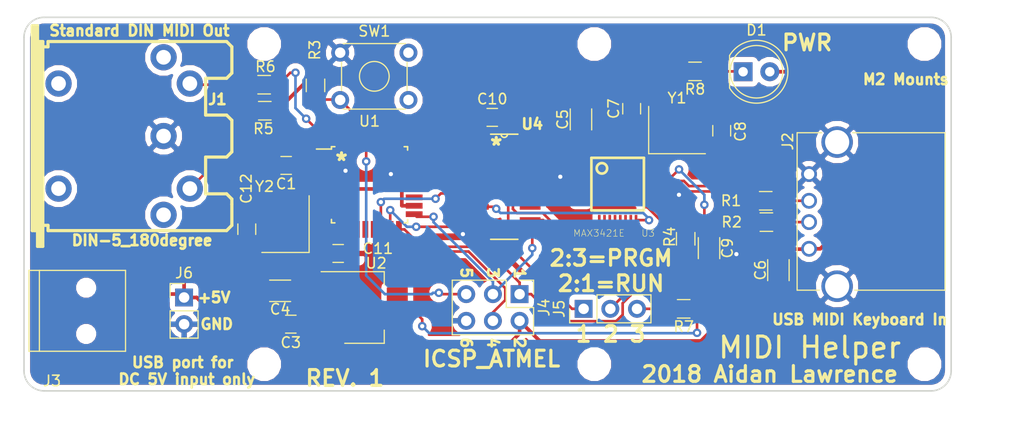
<source format=kicad_pcb>
(kicad_pcb (version 20171130) (host pcbnew "(5.0.0)")
  (layers (0 F.Cu signal) (31 B.Cu signal) (34 B.Paste user) (35 F.Paste user) (36 B.SilkS user) (37 F.SilkS user) (38 B.Mask user) (39 F.Mask user) (44 Edge.Cuts user))
  (net 0 "")
  (net 1 GND)
  (net 2 +5V)
  (net 3 +3V3)
  (net 4 "Net-(C7-Pad2)")
  (net 5 "Net-(C8-Pad2)")
  (net 6 "Net-(C9-Pad1)")
  (net 7 "Net-(C11-Pad2)")
  (net 8 "Net-(C12-Pad2)")
  (net 9 "Net-(J1-Pad3)")
  (net 10 "Net-(J1-Pad4)")
  (net 11 "Net-(J1-Pad1)")
  (net 12 "Net-(J1-Pad5)")
  (net 13 "Net-(J2-Pad2)")
  (net 14 "Net-(J2-Pad3)")
  (net 15 "Net-(J3-Pad4)")
  (net 16 "Net-(J3-Pad3)")
  (net 17 "Net-(J3-Pad2)")
  (net 18 MOSI)
  (net 19 SCK)
  (net 20 MISO)
  (net 21 "Net-(J5-Pad3)")
  (net 22 _cs)
  (net 23 _cs_prejmp)
  (net 24 D+)
  (net 25 D-)
  (net 26 RESET)
  (net 27 "Net-(R4-Pad1)")
  (net 28 TX)
  (net 29 "Net-(SW1-Pad2)")
  (net 30 "Net-(SW1-Pad4)")
  (net 31 "Net-(U1-Pad32)")
  (net 32 RX)
  (net 33 "Net-(U1-Pad28)")
  (net 34 "Net-(U1-Pad27)")
  (net 35 "Net-(U1-Pad26)")
  (net 36 "Net-(U1-Pad25)")
  (net 37 "Net-(U1-Pad24)")
  (net 38 "Net-(U1-Pad23)")
  (net 39 "Net-(U1-Pad22)")
  (net 40 "Net-(U1-Pad19)")
  (net 41 CS)
  (net 42 "Net-(U1-Pad13)")
  (net 43 "Net-(U1-Pad12)")
  (net 44 "Net-(U1-Pad11)")
  (net 45 "Net-(U1-Pad10)")
  (net 46 "Net-(U1-Pad9)")
  (net 47 "Net-(U1-Pad2)")
  (net 48 "Net-(U1-Pad1)")
  (net 49 "Net-(U3-Pad1)")
  (net 50 "Net-(U3-Pad4)")
  (net 51 "Net-(U3-Pad5)")
  (net 52 "Net-(U3-Pad6)")
  (net 53 "Net-(U3-Pad7)")
  (net 54 "Net-(U3-Pad8)")
  (net 55 "Net-(U3-Pad9)")
  (net 56 "Net-(U3-Pad10)")
  (net 57 "Net-(U3-Pad11)")
  (net 58 _reset)
  (net 59 _sck)
  (net 60 _mosi)
  (net 61 "Net-(U3-Pad17)")
  (net 62 "Net-(U3-Pad26)")
  (net 63 "Net-(U3-Pad27)")
  (net 64 "Net-(U3-Pad28)")
  (net 65 "Net-(U3-Pad29)")
  (net 66 "Net-(U3-Pad30)")
  (net 67 "Net-(U3-Pad31)")
  (net 68 "Net-(U3-Pad32)")
  (net 69 "Net-(U4-Pad11)")
  (net 70 "Net-(U4-Pad12)")
  (net 71 "Net-(U4-Pad13)")
  (net 72 "Net-(U4-Pad14)")
  (net 73 "Net-(U4-Pad15)")
  (net 74 "Net-(U4-Pad16)")
  (net 75 "Net-(D1-Pad1)")
  (module Mounting_Holes:MountingHole_2.2mm_M2 (layer F.Cu) (at 185.738 73.66)
    (fp_text reference MNT3 hide)
    (fp_text value MountingHole_2.2mm_M2)
    (pad "" np_thru_hole circle (at 0 0) (size 2.2 2.2) (drill 2.2) (layers *.Cu *.Mask))
  )
  (module Mounting_Holes:MountingHole_2.2mm_M2 (layer F.Cu) (at 185.738 104.14)
    (fp_text reference MNT3 hide)
    (fp_text value MountingHole_2.2mm_M2)
    (pad "" np_thru_hole circle (at 0 0) (size 2.2 2.2) (drill 2.2) (layers *.Cu *.Mask))
  )
  (module Mounting_Holes:MountingHole_2.2mm_M2 (layer F.Cu) (at 217.17 104.14)
    (fp_text reference MNT3 hide)
    (fp_text value MountingHole_2.2mm_M2)
    (pad "" np_thru_hole circle (at 0 0) (size 2.2 2.2) (drill 2.2) (layers *.Cu *.Mask))
  )
  (module Mounting_Holes:MountingHole_2.2mm_M2 (layer F.Cu) (at 217.17 73.66)
    (fp_text reference MNT4 hide)
    (fp_text value MountingHole_2.2mm_M2)
    (pad 1 np_thru_hole circle (at 0 0) (size 2.2 2.2) (drill 2.2) (layers *.Cu *.Mask))
  )
  (module Mounting_Holes:MountingHole_2.2mm_M2 (layer F.Cu) (at 154.305 104.14)
    (fp_text reference MNT1 hide)
    (fp_text value MountingHole_2.2mm_M2)
    (pad 1 np_thru_hole circle (at 0 0) (size 2.2 2.2) (drill 2.2) (layers *.Cu *.Mask))
  )
  (module Capacitors_SMD:C_0805_HandSoldering (layer F.Cu) (at 156.4005 85.217 180)
    (fp_text reference C1 (at 0 -1.75 180) (layer F.SilkS))
    (fp_text value 100nF)
    (pad 2 smd rect (at 1.25 0 180) (size 1.5 1.25) (layers F.Cu F.Paste F.Mask) (net 1 GND))
    (pad 1 smd rect (at -1.25 0 180) (size 1.5 1.25) (layers F.Cu F.Paste F.Mask) (net 2 +5V))
  )
  (module Capacitors_SMD:C_0805_HandSoldering (layer F.Cu) (at 156.845 100.33 180)
    (fp_text reference C3 (at 0 -1.75 180) (layer F.SilkS))
    (fp_text value 100nF)
    (pad 1 smd rect (at -1.25 0 180) (size 1.5 1.25) (layers F.Cu F.Paste F.Mask) (net 2 +5V))
    (pad 2 smd rect (at 1.25 0 180) (size 1.5 1.25) (layers F.Cu F.Paste F.Mask) (net 1 GND))
  )
  (module Capacitors_SMD:C_1206_HandSoldering (layer F.Cu) (at 155.829 97.155 180)
    (fp_text reference C4 (at 0 -1.75 180) (layer F.SilkS))
    (fp_text value 10uF)
    (pad 2 smd rect (at 2 0 180) (size 2 1.6) (layers F.Cu F.Paste F.Mask) (net 1 GND))
    (pad 1 smd rect (at -2 0 180) (size 2 1.6) (layers F.Cu F.Paste F.Mask) (net 3 +3V3))
  )
  (module Capacitors_SMD:C_1206_HandSoldering (layer F.Cu) (at 184.4675 80.8355 90)
    (fp_text reference C5 (at 0 -1.75 90) (layer F.SilkS))
    (fp_text value 1uF)
    (pad 1 smd rect (at -2 0 90) (size 2 1.6) (layers F.Cu F.Paste F.Mask) (net 3 +3V3))
    (pad 2 smd rect (at 2 0 90) (size 2 1.6) (layers F.Cu F.Paste F.Mask) (net 1 GND))
  )
  (module Capacitors_SMD:C_1206_HandSoldering (layer F.Cu) (at 203.2635 95.1865 90)
    (fp_text reference C6 (at 0 -1.7145 90) (layer F.SilkS))
    (fp_text value 4.7uF)
    (pad 1 smd rect (at -2 0 90) (size 2 1.6) (layers F.Cu F.Paste F.Mask) (net 1 GND))
    (pad 2 smd rect (at 2 0 90) (size 2 1.6) (layers F.Cu F.Paste F.Mask) (net 2 +5V))
  )
  (module Capacitors_SMD:C_0805_HandSoldering (layer F.Cu) (at 189.2935 79.8195 270)
    (fp_text reference C7 (at 0 1.7145 270) (layer F.SilkS))
    (fp_text value 20pF)
    (pad 1 smd rect (at -1.25 0 270) (size 1.5 1.25) (layers F.Cu F.Paste F.Mask) (net 1 GND))
    (pad 2 smd rect (at 1.25 0 270) (size 1.5 1.25) (layers F.Cu F.Paste F.Mask) (net 4 "Net-(C7-Pad2)"))
  )
  (module Capacitors_SMD:C_0805_HandSoldering (layer F.Cu) (at 197.866 81.915 90)
    (fp_text reference C8 (at -0.0762 1.778 90) (layer F.SilkS))
    (fp_text value 20pF)
    (pad 1 smd rect (at -1.25 0 90) (size 1.5 1.25) (layers F.Cu F.Paste F.Mask) (net 1 GND))
    (pad 2 smd rect (at 1.25 0 90) (size 1.5 1.25) (layers F.Cu F.Paste F.Mask) (net 5 "Net-(C8-Pad2)"))
  )
  (module Capacitors_SMD:C_1206_HandSoldering (layer F.Cu) (at 196.6595 93.091 270)
    (fp_text reference C9 (at 0 -1.75 270) (layer F.SilkS))
    (fp_text value 1uF)
    (pad 2 smd rect (at 2 0 270) (size 2 1.6) (layers F.Cu F.Paste F.Mask) (net 1 GND))
    (pad 1 smd rect (at -2 0 270) (size 2 1.6) (layers F.Cu F.Paste F.Mask) (net 6 "Net-(C9-Pad1)"))
  )
  (module Capacitors_SMD:C_0805_HandSoldering (layer F.Cu) (at 176.022 80.645)
    (fp_text reference C10 (at 0 -1.75) (layer F.SilkS))
    (fp_text value 100nF)
    (pad 2 smd rect (at 1.25 0) (size 1.5 1.25) (layers F.Cu F.Paste F.Mask) (net 1 GND))
    (pad 1 smd rect (at -1.25 0) (size 1.5 1.25) (layers F.Cu F.Paste F.Mask) (net 3 +3V3))
  )
  (module Capacitors_SMD:C_0805_HandSoldering (layer F.Cu) (at 161.3535 93.599 180)
    (fp_text reference C11 (at -3.7846 0.4699 180) (layer F.SilkS))
    (fp_text value 20pF)
    (pad 2 smd rect (at 1.25 0 180) (size 1.5 1.25) (layers F.Cu F.Paste F.Mask) (net 7 "Net-(C11-Pad2)"))
    (pad 1 smd rect (at -1.25 0 180) (size 1.5 1.25) (layers F.Cu F.Paste F.Mask) (net 1 GND))
  )
  (module Capacitors_SMD:C_0805_HandSoldering (layer F.Cu) (at 152.654 91.2876 90)
    (fp_text reference C12 (at 3.8608 -0.0508 90) (layer F.SilkS))
    (fp_text value 20pF)
    (pad 1 smd rect (at -1.25 0 90) (size 1.5 1.25) (layers F.Cu F.Paste F.Mask) (net 1 GND))
    (pad 2 smd rect (at 1.25 0 90) (size 1.5 1.25) (layers F.Cu F.Paste F.Mask) (net 8 "Net-(C12-Pad2)"))
  )
  (module w_conn_av:din-5 (layer F.Cu) (at 141.732 82.423 270)
    (fp_text reference J1 (at -3.4925 -8.128) (layer F.SilkS) (effects (font (thickness 0.25))))
    (fp_text value DIN-5_180degree (at 9.9314 -0.9525) (layer F.SilkS) (effects (font (thickness 0.25))))
    (pad 3 thru_hole circle (at -7.5 -3 270) (size 2.5 2.5) (drill 1.4) (layers *.Cu *.Mask) (net 9 "Net-(J1-Pad3)"))
    (pad 4 thru_hole circle (at 5 -5.5 270) (size 2.5 2.5) (drill 1.4) (layers *.Cu *.Mask) (net 10 "Net-(J1-Pad4)"))
    (pad 2 thru_hole circle (at 0 -3 270) (size 2.5 2.5) (drill 1.4) (layers *.Cu *.Mask) (net 1 GND))
    (pad 1 thru_hole circle (at 7.5 -3 270) (size 2.5 2.5) (drill 1.4) (layers *.Cu *.Mask) (net 11 "Net-(J1-Pad1)"))
    (pad 5 thru_hole circle (at -5 -5.5 270) (size 2.5 2.5) (drill 1.4) (layers *.Cu *.Mask) (net 12 "Net-(J1-Pad5)"))
    (pad 6 thru_hole circle (at 5 7 270) (size 2.5 2.5) (drill 1.4) (layers *.Cu *.Mask))
    (pad 6 thru_hole circle (at -5 7 270) (size 2.5 2.5) (drill 1.4) (layers *.Cu *.Mask))
  )
  (module Connectors:USB_A (layer F.Cu) (at 206.1845 93.1545 90)
    (fp_text reference J2 (at 10.2235 -2.032 90) (layer F.SilkS))
    (fp_text value USB_A)
    (pad 5 thru_hole circle (at -3.56 2.67) (size 3 3) (drill 2.3) (layers *.Cu *.Mask) (net 1 GND))
    (pad 5 thru_hole circle (at 10.16 2.67) (size 3 3) (drill 2.3) (layers *.Cu *.Mask) (net 1 GND))
    (pad 1 thru_hole circle (at 0 0) (size 1.5 1.5) (drill 1) (layers *.Cu *.Mask) (net 2 +5V))
    (pad 2 thru_hole circle (at 2.54 0) (size 1.5 1.5) (drill 1) (layers *.Cu *.Mask) (net 13 "Net-(J2-Pad2)"))
    (pad 3 thru_hole circle (at 4.57 0) (size 1.5 1.5) (drill 1) (layers *.Cu *.Mask) (net 14 "Net-(J2-Pad3)"))
    (pad 4 thru_hole circle (at 7.11 0) (size 1.5 1.5) (drill 1) (layers *.Cu *.Mask) (net 1 GND))
  )
  (module Connectors:USB_Mini-B (layer F.Cu) (at 137.16 99.06)
    (fp_text reference J3 (at -3.048 6.6675) (layer F.SilkS))
    (fp_text value USB_OTG)
    (pad "" np_thru_hole circle (at 0.2 2.2) (size 0.9 0.9) (drill 0.9) (layers *.Cu *.Mask))
    (pad "" np_thru_hole circle (at 0.2 -2.2) (size 0.9 0.9) (drill 0.9) (layers *.Cu *.Mask))
    (pad 6 smd rect (at -2.8 4.45) (size 2.5 2) (layers F.Cu F.Paste F.Mask) (net 1 GND))
    (pad 6 smd rect (at 2.7 4.45) (size 2.5 2) (layers F.Cu F.Paste F.Mask) (net 1 GND))
    (pad 6 smd rect (at -2.8 -4.45) (size 2.5 2) (layers F.Cu F.Paste F.Mask) (net 1 GND))
    (pad 6 smd rect (at 2.7 -4.45) (size 2.5 2) (layers F.Cu F.Paste F.Mask) (net 1 GND))
    (pad 5 smd rect (at 2.8 1.6) (size 2.3 0.5) (layers F.Cu F.Paste F.Mask) (net 1 GND))
    (pad 4 smd rect (at 2.8 0.8) (size 2.3 0.5) (layers F.Cu F.Paste F.Mask) (net 15 "Net-(J3-Pad4)"))
    (pad 3 smd rect (at 2.8 0) (size 2.3 0.5) (layers F.Cu F.Paste F.Mask) (net 16 "Net-(J3-Pad3)"))
    (pad 2 smd rect (at 2.8 -0.8) (size 2.3 0.5) (layers F.Cu F.Paste F.Mask) (net 17 "Net-(J3-Pad2)"))
    (pad 1 smd rect (at 2.8 -1.6) (size 2.3 0.5) (layers F.Cu F.Paste F.Mask) (net 2 +5V))
  )
  (module Pin_Headers:Pin_Header_Straight_2x03_Pitch2.54mm (layer F.Cu) (at 178.6255 97.4725 270)
    (fp_text reference J4 (at 1.27 -2.33 270) (layer F.SilkS))
    (fp_text value ICSP_ATMEL)
    (pad 6 thru_hole oval (at 2.54 5.08 270) (size 1.7 1.7) (drill 1) (layers *.Cu *.Mask) (net 1 GND))
    (pad 5 thru_hole oval (at 0 5.08 270) (size 1.7 1.7) (drill 1) (layers *.Cu *.Mask) (net 26 RESET))
    (pad 4 thru_hole oval (at 2.54 2.54 270) (size 1.7 1.7) (drill 1) (layers *.Cu *.Mask) (net 18 MOSI))
    (pad 3 thru_hole oval (at 0 2.54 270) (size 1.7 1.7) (drill 1) (layers *.Cu *.Mask) (net 19 SCK))
    (pad 2 thru_hole oval (at 2.54 0 270) (size 1.7 1.7) (drill 1) (layers *.Cu *.Mask) (net 2 +5V))
    (pad 1 thru_hole rect (at 0 0 270) (size 1.7 1.7) (drill 1) (layers *.Cu *.Mask) (net 20 MISO))
  )
  (module Pin_Headers:Pin_Header_Straight_1x03_Pitch2.54mm (layer F.Cu) (at 184.7215 98.8695 90)
    (fp_text reference J5 (at 0 -2.33 90) (layer F.SilkS))
    (fp_text value PROG_JMPR)
    (pad 3 thru_hole oval (at 0 5.08 90) (size 1.7 1.7) (drill 1) (layers *.Cu *.Mask) (net 21 "Net-(J5-Pad3)"))
    (pad 2 thru_hole oval (at 0 2.54 90) (size 1.7 1.7) (drill 1) (layers *.Cu *.Mask) (net 22 _cs))
    (pad 1 thru_hole rect (at 0 0 90) (size 1.7 1.7) (drill 1) (layers *.Cu *.Mask) (net 23 _cs_prejmp))
  )
  (module Pin_Headers:Pin_Header_Straight_1x02_Pitch2.54mm (layer F.Cu) (at 146.685 97.79)
    (fp_text reference J6 (at 0 -2.33) (layer F.SilkS))
    (fp_text value PWR_IN)
    (pad 2 thru_hole oval (at 0 2.54) (size 1.7 1.7) (drill 1) (layers *.Cu *.Mask) (net 1 GND))
    (pad 1 thru_hole rect (at 0 0) (size 1.7 1.7) (drill 1) (layers *.Cu *.Mask) (net 2 +5V))
  )
  (module Resistors_SMD:R_0805_HandSoldering (layer F.Cu) (at 202.057 88.5825)
    (fp_text reference R1 (at -3.302 0) (layer F.SilkS))
    (fp_text value 33)
    (pad 2 smd rect (at 1.35 0) (size 1.5 1.3) (layers F.Cu F.Paste F.Mask) (net 14 "Net-(J2-Pad3)"))
    (pad 1 smd rect (at -1.35 0) (size 1.5 1.3) (layers F.Cu F.Paste F.Mask) (net 24 D+))
  )
  (module Resistors_SMD:R_0805_HandSoldering (layer F.Cu) (at 202.1205 90.6145)
    (fp_text reference R2 (at -3.302 0) (layer F.SilkS))
    (fp_text value 33)
    (pad 1 smd rect (at -1.35 0) (size 1.5 1.3) (layers F.Cu F.Paste F.Mask) (net 25 D-))
    (pad 2 smd rect (at 1.35 0) (size 1.5 1.3) (layers F.Cu F.Paste F.Mask) (net 13 "Net-(J2-Pad2)"))
  )
  (module Resistors_SMD:R_0805_HandSoldering (layer F.Cu) (at 159.1945 77.597 270)
    (fp_text reference R3 (at -3.3655 0.0635 270) (layer F.SilkS))
    (fp_text value 10K)
    (pad 2 smd rect (at 1.35 0 270) (size 1.5 1.3) (layers F.Cu F.Paste F.Mask) (net 26 RESET))
    (pad 1 smd rect (at -1.35 0 270) (size 1.5 1.3) (layers F.Cu F.Paste F.Mask) (net 2 +5V))
  )
  (module Resistors_SMD:R_0805_HandSoldering (layer F.Cu) (at 194.437 92.202 270)
    (fp_text reference R4 (at -0.1905 1.524 270) (layer F.SilkS))
    (fp_text value 2.2K)
    (pad 1 smd rect (at -1.35 0 270) (size 1.5 1.3) (layers F.Cu F.Paste F.Mask) (net 27 "Net-(R4-Pad1)"))
    (pad 2 smd rect (at 1.35 0 270) (size 1.5 1.3) (layers F.Cu F.Paste F.Mask) (net 3 +3V3))
  )
  (module Resistors_SMD:R_0805_HandSoldering (layer F.Cu) (at 154.3685 80.01)
    (fp_text reference R5 (at -0.127 1.7145) (layer F.SilkS))
    (fp_text value 220)
    (pad 1 smd rect (at -1.35 0) (size 1.5 1.3) (layers F.Cu F.Paste F.Mask) (net 10 "Net-(J1-Pad4)"))
    (pad 2 smd rect (at 1.35 0) (size 1.5 1.3) (layers F.Cu F.Paste F.Mask) (net 2 +5V))
  )
  (module Resistors_SMD:R_0805_HandSoldering (layer F.Cu) (at 154.305 77.5335 180)
    (fp_text reference R6 (at -0.127 1.7145 180) (layer F.SilkS))
    (fp_text value 220)
    (pad 2 smd rect (at 1.35 0 180) (size 1.5 1.3) (layers F.Cu F.Paste F.Mask) (net 12 "Net-(J1-Pad5)"))
    (pad 1 smd rect (at -1.35 0 180) (size 1.5 1.3) (layers F.Cu F.Paste F.Mask) (net 28 TX))
  )
  (module Resistors_SMD:R_0805_HandSoldering (layer F.Cu) (at 194.2465 98.8695 180)
    (fp_text reference R7 (at 0 -1.7 180) (layer F.SilkS))
    (fp_text value 10K)
    (pad 2 smd rect (at 1.35 0 180) (size 1.5 1.3) (layers F.Cu F.Paste F.Mask) (net 21 "Net-(J5-Pad3)"))
    (pad 1 smd rect (at -1.35 0 180) (size 1.5 1.3) (layers F.Cu F.Paste F.Mask) (net 3 +3V3))
  )
  (module Buttons_Switches_THT:SW_TH_Tactile_Omron_B3F-10xx (layer F.Cu) (at 161.544 74.4855)
    (fp_text reference SW1 (at 3.25 -2.05) (layer F.SilkS))
    (fp_text value SW_RESET)
    (pad 1 thru_hole circle (at 0 0) (size 1.7 1.7) (drill 1) (layers *.Cu *.Mask) (net 1 GND))
    (pad 2 thru_hole circle (at 6.5 0) (size 1.7 1.7) (drill 1) (layers *.Cu *.Mask) (net 29 "Net-(SW1-Pad2)"))
    (pad 3 thru_hole circle (at 0 4.5) (size 1.7 1.7) (drill 1) (layers *.Cu *.Mask) (net 26 RESET))
    (pad 4 thru_hole circle (at 6.5 4.5) (size 1.7 1.7) (drill 1) (layers *.Cu *.Mask) (net 30 "Net-(SW1-Pad4)"))
  )
  (module Housings_QFP:TQFP-32_7x7mm_Pitch0.8mm (layer F.Cu) (at 164.338 87.0585)
    (fp_text reference U1 (at 0 -6.05) (layer F.SilkS))
    (fp_text value ATMEGA328P-AU)
    (pad 32 smd rect (at -2.8 -4.25 90) (size 1.6 0.55) (layers F.Cu F.Paste F.Mask) (net 31 "Net-(U1-Pad32)"))
    (pad 31 smd rect (at -2 -4.25 90) (size 1.6 0.55) (layers F.Cu F.Paste F.Mask) (net 28 TX))
    (pad 30 smd rect (at -1.2 -4.25 90) (size 1.6 0.55) (layers F.Cu F.Paste F.Mask) (net 32 RX))
    (pad 29 smd rect (at -0.4 -4.25 90) (size 1.6 0.55) (layers F.Cu F.Paste F.Mask) (net 26 RESET))
    (pad 28 smd rect (at 0.4 -4.25 90) (size 1.6 0.55) (layers F.Cu F.Paste F.Mask) (net 33 "Net-(U1-Pad28)"))
    (pad 27 smd rect (at 1.2 -4.25 90) (size 1.6 0.55) (layers F.Cu F.Paste F.Mask) (net 34 "Net-(U1-Pad27)"))
    (pad 26 smd rect (at 2 -4.25 90) (size 1.6 0.55) (layers F.Cu F.Paste F.Mask) (net 35 "Net-(U1-Pad26)"))
    (pad 25 smd rect (at 2.8 -4.25 90) (size 1.6 0.55) (layers F.Cu F.Paste F.Mask) (net 36 "Net-(U1-Pad25)"))
    (pad 24 smd rect (at 4.25 -2.8) (size 1.6 0.55) (layers F.Cu F.Paste F.Mask) (net 37 "Net-(U1-Pad24)"))
    (pad 23 smd rect (at 4.25 -2) (size 1.6 0.55) (layers F.Cu F.Paste F.Mask) (net 38 "Net-(U1-Pad23)"))
    (pad 22 smd rect (at 4.25 -1.2) (size 1.6 0.55) (layers F.Cu F.Paste F.Mask) (net 39 "Net-(U1-Pad22)"))
    (pad 21 smd rect (at 4.25 -0.4) (size 1.6 0.55) (layers F.Cu F.Paste F.Mask) (net 1 GND))
    (pad 20 smd rect (at 4.25 0.4) (size 1.6 0.55) (layers F.Cu F.Paste F.Mask) (net 2 +5V))
    (pad 19 smd rect (at 4.25 1.2) (size 1.6 0.55) (layers F.Cu F.Paste F.Mask) (net 40 "Net-(U1-Pad19)"))
    (pad 18 smd rect (at 4.25 2) (size 1.6 0.55) (layers F.Cu F.Paste F.Mask) (net 2 +5V))
    (pad 17 smd rect (at 4.25 2.8) (size 1.6 0.55) (layers F.Cu F.Paste F.Mask) (net 19 SCK))
    (pad 16 smd rect (at 2.8 4.25 90) (size 1.6 0.55) (layers F.Cu F.Paste F.Mask) (net 20 MISO))
    (pad 15 smd rect (at 2 4.25 90) (size 1.6 0.55) (layers F.Cu F.Paste F.Mask) (net 18 MOSI))
    (pad 14 smd rect (at 1.2 4.25 90) (size 1.6 0.55) (layers F.Cu F.Paste F.Mask) (net 41 CS))
    (pad 13 smd rect (at 0.4 4.25 90) (size 1.6 0.55) (layers F.Cu F.Paste F.Mask) (net 42 "Net-(U1-Pad13)"))
    (pad 12 smd rect (at -0.4 4.25 90) (size 1.6 0.55) (layers F.Cu F.Paste F.Mask) (net 43 "Net-(U1-Pad12)"))
    (pad 11 smd rect (at -1.2 4.25 90) (size 1.6 0.55) (layers F.Cu F.Paste F.Mask) (net 44 "Net-(U1-Pad11)"))
    (pad 10 smd rect (at -2 4.25 90) (size 1.6 0.55) (layers F.Cu F.Paste F.Mask) (net 45 "Net-(U1-Pad10)"))
    (pad 9 smd rect (at -2.8 4.25 90) (size 1.6 0.55) (layers F.Cu F.Paste F.Mask) (net 46 "Net-(U1-Pad9)"))
    (pad 8 smd rect (at -4.25 2.8) (size 1.6 0.55) (layers F.Cu F.Paste F.Mask) (net 7 "Net-(C11-Pad2)"))
    (pad 7 smd rect (at -4.25 2) (size 1.6 0.55) (layers F.Cu F.Paste F.Mask) (net 8 "Net-(C12-Pad2)"))
    (pad 6 smd rect (at -4.25 1.2) (size 1.6 0.55) (layers F.Cu F.Paste F.Mask) (net 2 +5V))
    (pad 5 smd rect (at -4.25 0.4) (size 1.6 0.55) (layers F.Cu F.Paste F.Mask) (net 1 GND))
    (pad 4 smd rect (at -4.25 -0.4) (size 1.6 0.55) (layers F.Cu F.Paste F.Mask) (net 2 +5V))
    (pad 3 smd rect (at -4.25 -1.2) (size 1.6 0.55) (layers F.Cu F.Paste F.Mask) (net 1 GND))
    (pad 2 smd rect (at -4.25 -2) (size 1.6 0.55) (layers F.Cu F.Paste F.Mask) (net 47 "Net-(U1-Pad2)"))
    (pad 1 smd rect (at -4.25 -2.8) (size 1.6 0.55) (layers F.Cu F.Paste F.Mask) (net 48 "Net-(U1-Pad1)"))
  )
  (module TO_SOT_Packages_SMD:SOT-223-3_TabPin2 (layer F.Cu) (at 163.83 98.7425)
    (fp_text reference U2 (at 1.143 -4.2164) (layer F.SilkS))
    (fp_text value LD1117S33TR_SOT223)
    (pad 1 smd rect (at -3.15 -2.3) (size 2 1.5) (layers F.Cu F.Paste F.Mask) (net 1 GND))
    (pad 3 smd rect (at -3.15 2.3) (size 2 1.5) (layers F.Cu F.Paste F.Mask) (net 2 +5V))
    (pad 2 smd rect (at -3.15 0) (size 2 1.5) (layers F.Cu F.Paste F.Mask) (net 3 +3V3))
    (pad 2 smd rect (at 3.15 0) (size 2 3.8) (layers F.Cu F.Paste F.Mask) (net 3 +3V3))
  )
  (module MAX3421E:TQFP32-5MM (layer F.Cu) (at 187.96 86.995)
    (fp_text reference U3 (at 2.89732 4.67638) (layer F.SilkS) (effects (font (size 0.64038 0.64038) (thickness 0.05))))
    (fp_text value MAX3421E (at -1.77805 4.67374) (layer F.SilkS) (effects (font (size 0.640018 0.640018) (thickness 0.05))))
    (pad 1 smd rect (at -3.5 -1.75) (size 1.143 0.254) (layers F.Cu F.Paste F.Mask) (net 49 "Net-(U3-Pad1)"))
    (pad 2 smd rect (at -3.5 -1.25) (size 1.143 0.254) (layers F.Cu F.Paste F.Mask) (net 3 +3V3))
    (pad 3 smd rect (at -3.5 -0.75) (size 1.143 0.254) (layers F.Cu F.Paste F.Mask) (net 1 GND))
    (pad 4 smd rect (at -3.5 -0.25) (size 1.143 0.254) (layers F.Cu F.Paste F.Mask) (net 50 "Net-(U3-Pad4)"))
    (pad 5 smd rect (at -3.5 0.25) (size 1.143 0.254) (layers F.Cu F.Paste F.Mask) (net 51 "Net-(U3-Pad5)"))
    (pad 6 smd rect (at -3.5 0.75) (size 1.143 0.254) (layers F.Cu F.Paste F.Mask) (net 52 "Net-(U3-Pad6)"))
    (pad 7 smd rect (at -3.5 1.25) (size 1.143 0.254) (layers F.Cu F.Paste F.Mask) (net 53 "Net-(U3-Pad7)"))
    (pad 8 smd rect (at -3.5 1.75) (size 1.143 0.254) (layers F.Cu F.Paste F.Mask) (net 54 "Net-(U3-Pad8)"))
    (pad 9 smd rect (at -1.75 3.5 90) (size 1.143 0.254) (layers F.Cu F.Paste F.Mask) (net 55 "Net-(U3-Pad9)"))
    (pad 10 smd rect (at -1.25 3.5 90) (size 1.143 0.254) (layers F.Cu F.Paste F.Mask) (net 56 "Net-(U3-Pad10)"))
    (pad 11 smd rect (at -0.75 3.5 90) (size 1.143 0.254) (layers F.Cu F.Paste F.Mask) (net 57 "Net-(U3-Pad11)"))
    (pad 12 smd rect (at -0.25 3.5 90) (size 1.143 0.254) (layers F.Cu F.Paste F.Mask) (net 58 _reset))
    (pad 13 smd rect (at 0.25 3.5 90) (size 1.143 0.254) (layers F.Cu F.Paste F.Mask) (net 59 _sck))
    (pad 14 smd rect (at 0.75 3.5 90) (size 1.143 0.254) (layers F.Cu F.Paste F.Mask) (net 22 _cs))
    (pad 15 smd rect (at 1.25 3.5 90) (size 1.143 0.254) (layers F.Cu F.Paste F.Mask) (net 20 MISO))
    (pad 16 smd rect (at 1.75 3.5 90) (size 1.143 0.254) (layers F.Cu F.Paste F.Mask) (net 60 _mosi))
    (pad 17 smd rect (at 3.5 1.75 180) (size 1.143 0.254) (layers F.Cu F.Paste F.Mask) (net 61 "Net-(U3-Pad17)"))
    (pad 18 smd rect (at 3.5 1.25 180) (size 1.143 0.254) (layers F.Cu F.Paste F.Mask) (net 27 "Net-(R4-Pad1)"))
    (pad 19 smd rect (at 3.5 0.75 180) (size 1.143 0.254) (layers F.Cu F.Paste F.Mask) (net 1 GND))
    (pad 20 smd rect (at 3.5 0.25 180) (size 1.143 0.254) (layers F.Cu F.Paste F.Mask) (net 25 D-))
    (pad 21 smd rect (at 3.5 -0.25 180) (size 1.143 0.254) (layers F.Cu F.Paste F.Mask) (net 24 D+))
    (pad 22 smd rect (at 3.5 -0.75 180) (size 1.143 0.254) (layers F.Cu F.Paste F.Mask) (net 6 "Net-(C9-Pad1)"))
    (pad 23 smd rect (at 3.5 -1.25 180) (size 1.143 0.254) (layers F.Cu F.Paste F.Mask) (net 3 +3V3))
    (pad 24 smd rect (at 3.5 -1.75 180) (size 1.143 0.254) (layers F.Cu F.Paste F.Mask) (net 5 "Net-(C8-Pad2)"))
    (pad 25 smd rect (at 1.75 -3.5 270) (size 1.143 0.254) (layers F.Cu F.Paste F.Mask) (net 4 "Net-(C7-Pad2)"))
    (pad 26 smd rect (at 1.25 -3.5 270) (size 1.143 0.254) (layers F.Cu F.Paste F.Mask) (net 62 "Net-(U3-Pad26)"))
    (pad 27 smd rect (at 0.75 -3.5 270) (size 1.143 0.254) (layers F.Cu F.Paste F.Mask) (net 63 "Net-(U3-Pad27)"))
    (pad 28 smd rect (at 0.25 -3.5 270) (size 1.143 0.254) (layers F.Cu F.Paste F.Mask) (net 64 "Net-(U3-Pad28)"))
    (pad 29 smd rect (at -0.25 -3.5 270) (size 1.143 0.254) (layers F.Cu F.Paste F.Mask) (net 65 "Net-(U3-Pad29)"))
    (pad 30 smd rect (at -0.75 -3.5 270) (size 1.143 0.254) (layers F.Cu F.Paste F.Mask) (net 66 "Net-(U3-Pad30)"))
    (pad 31 smd rect (at -1.25 -3.5 270) (size 1.143 0.254) (layers F.Cu F.Paste F.Mask) (net 67 "Net-(U3-Pad31)"))
    (pad 32 smd rect (at -1.75 -3.5 270) (size 1.143 0.254) (layers F.Cu F.Paste F.Mask) (net 68 "Net-(U3-Pad32)"))
  )
  (module MM74HC4050M:SOIC127P600X175-16N (layer F.Cu) (at 177.165 87.249)
    (fp_text reference U4 (at 2.667 -5.969) (layer F.SilkS) (effects (font (thickness 0.25))))
    (fp_text value MM74HC4050M hide)
    (pad 1 smd rect (at -2.4638 -4.445) (size 1.9812 0.5588) (layers F.Cu F.Paste F.Mask) (net 3 +3V3))
    (pad 2 smd rect (at -2.4638 -3.175) (size 1.9812 0.5588) (layers F.Cu F.Paste F.Mask) (net 58 _reset))
    (pad 3 smd rect (at -2.4638 -1.905) (size 1.9812 0.5588) (layers F.Cu F.Paste F.Mask) (net 26 RESET))
    (pad 4 smd rect (at -2.4638 -0.635) (size 1.9812 0.5588) (layers F.Cu F.Paste F.Mask) (net 23 _cs_prejmp))
    (pad 5 smd rect (at -2.4638 0.635) (size 1.9812 0.5588) (layers F.Cu F.Paste F.Mask) (net 41 CS))
    (pad 6 smd rect (at -2.4638 1.905) (size 1.9812 0.5588) (layers F.Cu F.Paste F.Mask) (net 60 _mosi))
    (pad 7 smd rect (at -2.4638 3.175) (size 1.9812 0.5588) (layers F.Cu F.Paste F.Mask) (net 18 MOSI))
    (pad 8 smd rect (at -2.4638 4.445) (size 1.9812 0.5588) (layers F.Cu F.Paste F.Mask) (net 1 GND))
    (pad 9 smd rect (at 2.4638 4.445) (size 1.9812 0.5588) (layers F.Cu F.Paste F.Mask) (net 19 SCK))
    (pad 10 smd rect (at 2.4638 3.175) (size 1.9812 0.5588) (layers F.Cu F.Paste F.Mask) (net 59 _sck))
    (pad 11 smd rect (at 2.4638 1.905) (size 1.9812 0.5588) (layers F.Cu F.Paste F.Mask) (net 69 "Net-(U4-Pad11)"))
    (pad 12 smd rect (at 2.4638 0.635) (size 1.9812 0.5588) (layers F.Cu F.Paste F.Mask) (net 70 "Net-(U4-Pad12)"))
    (pad 13 smd rect (at 2.4638 -0.635) (size 1.9812 0.5588) (layers F.Cu F.Paste F.Mask) (net 71 "Net-(U4-Pad13)"))
    (pad 14 smd rect (at 2.4638 -1.905) (size 1.9812 0.5588) (layers F.Cu F.Paste F.Mask) (net 72 "Net-(U4-Pad14)"))
    (pad 15 smd rect (at 2.4638 -3.175) (size 1.9812 0.5588) (layers F.Cu F.Paste F.Mask) (net 73 "Net-(U4-Pad15)"))
    (pad 16 smd rect (at 2.4638 -4.445) (size 1.9812 0.5588) (layers F.Cu F.Paste F.Mask) (net 74 "Net-(U4-Pad16)"))
  )
  (module Mounting_Holes:MountingHole_2.2mm_M2 (layer F.Cu) (at 154.305 73.66)
    (fp_text reference MNT2 hide)
    (fp_text value MountingHole_2.2mm_M2)
    (pad 1 np_thru_hole circle (at 0 0) (size 2.2 2.2) (drill 2.2) (layers *.Cu *.Mask))
  )
  (module LEDs:LED_D5.0mm (layer F.Cu) (at 199.904501 76.300001)
    (fp_text reference D1 (at 1.27 -3.96) (layer F.SilkS))
    (fp_text value LED)
    (pad 2 thru_hole circle (at 2.54 0) (size 1.8 1.8) (drill 0.9) (layers *.Cu *.Mask) (net 2 +5V))
    (pad 1 thru_hole rect (at 0 0) (size 1.8 1.8) (drill 0.9) (layers *.Cu *.Mask) (net 75 "Net-(D1-Pad1)"))
  )
  (module Resistors_SMD:R_0805_HandSoldering (layer F.Cu) (at 195.326 76.2635 180)
    (fp_text reference R8 (at 0 -1.7 180) (layer F.SilkS))
    (fp_text value 220)
    (pad 2 smd rect (at 1.35 0 180) (size 1.5 1.3) (layers F.Cu F.Paste F.Mask) (net 1 GND))
    (pad 1 smd rect (at -1.35 0 180) (size 1.5 1.3) (layers F.Cu F.Paste F.Mask) (net 75 "Net-(D1-Pad1)"))
  )
  (module Crystals:Crystal_SMD_3225-4pin_3.2x2.5mm_HandSoldering (layer F.Cu) (at 193.6115 81.8515)
    (fp_text reference Y1 (at 0 -3.05) (layer F.SilkS))
    (fp_text value 12MHz)
    (pad 4 smd rect (at -1.45 -1.15) (size 2.1 1.8) (layers F.Cu F.Paste F.Mask) (net 1 GND))
    (pad 3 smd rect (at 1.45 -1.15) (size 2.1 1.8) (layers F.Cu F.Paste F.Mask) (net 5 "Net-(C8-Pad2)"))
    (pad 2 smd rect (at 1.45 1.15) (size 2.1 1.8) (layers F.Cu F.Paste F.Mask) (net 1 GND))
    (pad 1 smd rect (at -1.45 1.15) (size 2.1 1.8) (layers F.Cu F.Paste F.Mask) (net 4 "Net-(C7-Pad2)"))
  )
  (module Crystals:Crystal_SMD_3225-4pin_3.2x2.5mm_HandSoldering (layer F.Cu) (at 156.337 90.805 90)
    (fp_text reference Y2 (at 3.5814 -1.9939 180) (layer F.SilkS))
    (fp_text value 16MHz)
    (pad 1 smd rect (at -1.45 1.15 90) (size 2.1 1.8) (layers F.Cu F.Paste F.Mask) (net 7 "Net-(C11-Pad2)"))
    (pad 2 smd rect (at 1.45 1.15 90) (size 2.1 1.8) (layers F.Cu F.Paste F.Mask) (net 1 GND))
    (pad 3 smd rect (at 1.45 -1.15 90) (size 2.1 1.8) (layers F.Cu F.Paste F.Mask) (net 8 "Net-(C12-Pad2)"))
    (pad 4 smd rect (at -1.45 -1.15 90) (size 2.1 1.8) (layers F.Cu F.Paste F.Mask) (net 1 GND))
  )
  (gr_text GND (at 149.7965 100.33) (layer F.SilkS) (effects (font (size 1 1) (thickness 0.25))))
  (gr_text +5V (at 149.5425 97.79) (layer F.SilkS) (effects (font (size 1 1) (thickness 0.25))))
  (gr_text "REV. 1" (at 161.9885 105.4735) (layer F.SilkS) (effects (font (size 1.5 1.5) (thickness 0.3))))
  (gr_text "2018 Aidan Lawrence" (at 202.438 105.0925) (layer F.SilkS) (effects (font (size 1.5 1.5) (thickness 0.3))))
  (gr_text "MIDI Helper" (at 206.248 102.5525) (layer F.SilkS) (effects (font (size 2 2) (thickness 0.3))))
  (gr_text PWR (at 205.994 73.533) (layer F.SilkS) (effects (font (size 1.5 1.5) (thickness 0.3))))
  (gr_text "Standard DIN MIDI Out" (at 142.4305 72.39) (layer F.SilkS) (effects (font (size 1 1) (thickness 0.25))))
  (gr_text "USB MIDI Keyboard In" (at 211.0105 99.8855) (layer F.SilkS) (effects (font (size 1 1) (thickness 0.25))))
  (gr_text "USB port for \nDC 5V input only" (at 146.939 104.775) (layer F.SilkS) (effects (font (size 1 1) (thickness 0.25))))
  (gr_text ICSP_ATMEL (at 175.9585 103.632) (layer F.SilkS) (effects (font (size 1.5 1.5) (thickness 0.3))))
  (gr_text 5 (at 173.5455 95.4405 270) (layer F.SilkS) (effects (font (size 1 1) (thickness 0.25))))
  (gr_text 3 (at 176.0855 95.4405 270) (layer F.SilkS) (effects (font (size 1 1) (thickness 0.25))))
  (gr_text 6 (at 173.5455 102.108 270) (layer F.SilkS) (effects (font (size 1 1) (thickness 0.25))))
  (gr_text 4 (at 176.0855 102.108 270) (layer F.SilkS) (effects (font (size 1 1) (thickness 0.25))))
  (gr_text 2 (at 178.6255 102.108 270) (layer F.SilkS) (effects (font (size 1 1) (thickness 0.25))))
  (gr_text 1 (at 178.6255 95.504 270) (layer F.SilkS) (effects (font (size 1 1) (thickness 0.25))))
  (gr_text 3 (at 189.865 101.2825) (layer F.SilkS) (effects (font (size 1.5 1.5) (thickness 0.3))))
  (gr_text 2 (at 187.325 101.2825) (layer F.SilkS) (effects (font (size 1.5 1.5) (thickness 0.3))))
  (gr_text 1 (at 184.7215 101.2825) (layer F.SilkS) (effects (font (size 1.5 1.5) (thickness 0.3))))
  (gr_text "2:3=PRGM\n2:1=RUN" (at 187.325 95.25) (layer F.SilkS) (effects (font (size 1.5 1.5) (thickness 0.3))))
  (gr_text * (at 176.403 83.3755) (layer F.SilkS) (effects (font (size 1.5 1.5) (thickness 0.3))))
  (gr_text * (at 161.671 84.836) (layer F.SilkS) (effects (font (size 1.5 1.5) (thickness 0.3))))
  (gr_text "M2 Mounts" (at 215.392 77.0255) (layer F.SilkS) (effects (font (size 1 1) (thickness 0.25))))
  (gr_line (start 131.445 73.025) (end 131.445 104.775) (layer Edge.Cuts) (width 0.15))
  (gr_line (start 217.805 71.12) (end 133.35 71.12) (layer Edge.Cuts) (width 0.15))
  (gr_line (start 219.71 104.775) (end 219.71 73.025) (layer Edge.Cuts) (width 0.15))
  (gr_line (start 133.35 106.68) (end 217.805 106.68) (layer Edge.Cuts) (width 0.15))
  (gr_arc (start 217.805 104.775) (end 217.805 106.68) (angle -90) (layer Edge.Cuts) (width 0.15))
  (gr_arc (start 133.35 104.775) (end 131.445 104.775) (angle -90) (layer Edge.Cuts) (width 0.15))
  (gr_arc (start 133.35 73.025) (end 133.35 71.12) (angle -90) (layer Edge.Cuts) (width 0.15))
  (gr_arc (start 217.805 73.025) (end 219.71 73.025) (angle -90) (layer Edge.Cuts) (width 0.15))
  (segment (start 159.038 87.4585) (end 158.8665 87.63) (width 0.25) (layer F.Cu) (net 1))
  (segment (start 160.088 87.4585) (end 159.038 87.4585) (width 0.25) (layer F.Cu) (net 1))
  (segment (start 155.2755 85.217) (end 155.1505 85.217) (width 0.25) (layer F.Cu) (net 1))
  (segment (start 157.6885 87.63) (end 155.2755 85.217) (width 0.25) (layer F.Cu) (net 1))
  (segment (start 158.8665 87.63) (end 157.6885 87.63) (width 0.25) (layer F.Cu) (net 1))
  (via (at 162.052 85.725) (size 0.8) (drill 0.4) (layers F.Cu B.Cu) (net 1))
  (segment (start 160.088 85.8585) (end 161.9185 85.8585) (width 0.25) (layer F.Cu) (net 1))
  (segment (start 161.9185 85.8585) (end 162.052 85.725) (width 0.25) (layer F.Cu) (net 1))
  (segment (start 167.538 86.6585) (end 166.922 86.0425) (width 0.25) (layer F.Cu) (net 1))
  (segment (start 168.588 86.6585) (end 167.538 86.6585) (width 0.25) (layer F.Cu) (net 1))
  (via (at 166.37 86.0425) (size 0.8) (drill 0.4) (layers F.Cu B.Cu) (net 1))
  (segment (start 166.922 86.0425) (end 166.37 86.0425) (width 0.25) (layer F.Cu) (net 1))
  (via (at 173.228 91.7575) (size 0.8) (drill 0.4) (layers F.Cu B.Cu) (net 1))
  (segment (start 174.7012 91.694) (end 173.2915 91.694) (width 0.25) (layer F.Cu) (net 1))
  (segment (start 173.2915 91.694) (end 173.228 91.7575) (width 0.25) (layer F.Cu) (net 1))
  (via (at 182.499 86.2965) (size 0.8) (drill 0.4) (layers F.Cu B.Cu) (net 1))
  (segment (start 184.46 86.245) (end 182.5505 86.245) (width 0.25) (layer F.Cu) (net 1))
  (segment (start 182.5505 86.245) (end 182.499 86.2965) (width 0.25) (layer F.Cu) (net 1))
  (via (at 193.797347 88.015653) (size 0.8) (drill 0.4) (layers F.Cu B.Cu) (net 1))
  (segment (start 191.46 87.745) (end 193.526694 87.745) (width 0.25) (layer F.Cu) (net 1))
  (segment (start 193.526694 87.745) (end 193.797347 88.015653) (width 0.25) (layer F.Cu) (net 1))
  (via (at 199.263 93.6625) (size 0.8) (drill 0.4) (layers F.Cu B.Cu) (net 1))
  (segment (start 196.6595 95.091) (end 197.8345 95.091) (width 0.25) (layer F.Cu) (net 1))
  (segment (start 197.8345 95.091) (end 199.263 93.6625) (width 0.25) (layer F.Cu) (net 1))
  (segment (start 146.355 97.46) (end 146.685 97.79) (width 0.35) (layer F.Cu) (net 2))
  (segment (start 139.96 97.46) (end 146.355 97.46) (width 0.35) (layer F.Cu) (net 2))
  (segment (start 159.9675 100.33) (end 160.68 101.0425) (width 0.35) (layer F.Cu) (net 2))
  (segment (start 158.095 100.33) (end 159.9675 100.33) (width 0.35) (layer F.Cu) (net 2))
  (segment (start 158.938 86.6585) (end 160.088 86.6585) (width 0.35) (layer F.Cu) (net 2))
  (segment (start 158.117 86.6585) (end 158.938 86.6585) (width 0.35) (layer F.Cu) (net 2))
  (segment (start 157.6505 86.192) (end 158.117 86.6585) (width 0.35) (layer F.Cu) (net 2))
  (segment (start 157.6505 85.217) (end 157.6505 86.192) (width 0.35) (layer F.Cu) (net 2))
  (segment (start 161.238 88.2585) (end 160.088 88.2585) (width 0.35) (layer F.Cu) (net 2))
  (segment (start 161.263001 88.233499) (end 161.238 88.2585) (width 0.35) (layer F.Cu) (net 2))
  (segment (start 161.263001 86.683501) (end 161.263001 88.233499) (width 0.35) (layer F.Cu) (net 2))
  (segment (start 161.238 86.6585) (end 161.263001 86.683501) (width 0.35) (layer F.Cu) (net 2))
  (segment (start 160.088 86.6585) (end 161.238 86.6585) (width 0.35) (layer F.Cu) (net 2))
  (segment (start 162.038 87.4585) (end 168.588 87.4585) (width 0.35) (layer F.Cu) (net 2))
  (segment (start 161.238 86.6585) (end 162.038 87.4585) (width 0.35) (layer F.Cu) (net 2))
  (segment (start 167.438 87.4585) (end 168.588 87.4585) (width 0.35) (layer F.Cu) (net 2))
  (segment (start 167.412999 87.483501) (end 167.438 87.4585) (width 0.35) (layer F.Cu) (net 2))
  (segment (start 167.412999 89.033499) (end 167.412999 87.483501) (width 0.35) (layer F.Cu) (net 2))
  (segment (start 167.438 89.0585) (end 167.412999 89.033499) (width 0.35) (layer F.Cu) (net 2))
  (segment (start 168.588 89.0585) (end 167.438 89.0585) (width 0.35) (layer F.Cu) (net 2))
  (segment (start 155.7185 79.823) (end 155.7185 80.01) (width 0.35) (layer F.Cu) (net 2))
  (segment (start 159.1945 76.347) (end 155.7185 79.823) (width 0.35) (layer F.Cu) (net 2))
  (segment (start 159.1945 76.247) (end 159.1945 76.347) (width 0.35) (layer F.Cu) (net 2))
  (segment (start 160.93 101.0425) (end 160.68 101.0425) (width 0.35) (layer F.Cu) (net 2))
  (segment (start 162.03 102.1425) (end 160.93 101.0425) (width 0.35) (layer F.Cu) (net 2))
  (segment (start 177.697581 102.1425) (end 162.03 102.1425) (width 0.35) (layer F.Cu) (net 2))
  (segment (start 178.6255 101.214581) (end 177.697581 102.1425) (width 0.35) (layer F.Cu) (net 2))
  (segment (start 178.6255 100.0125) (end 178.6255 101.214581) (width 0.35) (layer F.Cu) (net 2))
  (segment (start 157.5255 85.217) (end 157.6505 85.217) (width 0.35) (layer F.Cu) (net 2))
  (segment (start 155.7185 83.41) (end 157.5255 85.217) (width 0.35) (layer F.Cu) (net 2))
  (segment (start 155.7185 80.01) (end 155.7185 83.41) (width 0.35) (layer F.Cu) (net 2))
  (segment (start 157.97 100.33) (end 158.095 100.33) (width 0.35) (layer F.Cu) (net 2))
  (segment (start 156.969999 99.329999) (end 157.97 100.33) (width 0.35) (layer F.Cu) (net 2))
  (segment (start 149.424999 99.329999) (end 156.969999 99.329999) (width 0.35) (layer F.Cu) (net 2))
  (segment (start 147.885 97.79) (end 149.424999 99.329999) (width 0.35) (layer F.Cu) (net 2))
  (segment (start 146.685 97.79) (end 147.885 97.79) (width 0.35) (layer F.Cu) (net 2))
  (segment (start 155.7185 81.01) (end 155.7185 80.01) (width 0.35) (layer F.Cu) (net 2))
  (segment (start 155.7185 82.598998) (end 155.7185 81.01) (width 0.35) (layer F.Cu) (net 2))
  (segment (start 146.685 91.632498) (end 155.7185 82.598998) (width 0.35) (layer F.Cu) (net 2))
  (segment (start 146.685 97.79) (end 146.685 91.632498) (width 0.35) (layer F.Cu) (net 2))
  (segment (start 179.475499 100.862499) (end 178.6255 100.0125) (width 0.35) (layer F.Cu) (net 2))
  (segment (start 180.543501 101.930501) (end 179.475499 100.862499) (width 0.35) (layer F.Cu) (net 2))
  (segment (start 195.888501 101.930501) (end 180.543501 101.930501) (width 0.35) (layer F.Cu) (net 2))
  (segment (start 203.2635 94.555502) (end 195.888501 101.930501) (width 0.35) (layer F.Cu) (net 2))
  (segment (start 203.2635 93.1865) (end 203.2635 94.555502) (width 0.35) (layer F.Cu) (net 2))
  (segment (start 206.1525 93.1865) (end 206.1845 93.1545) (width 0.35) (layer F.Cu) (net 2))
  (segment (start 203.2635 93.1865) (end 206.1525 93.1865) (width 0.35) (layer F.Cu) (net 2))
  (segment (start 207.24516 93.1545) (end 213.0425 87.35716) (width 0.35) (layer F.Cu) (net 2))
  (segment (start 206.1845 93.1545) (end 207.24516 93.1545) (width 0.35) (layer F.Cu) (net 2))
  (segment (start 213.0425 87.35716) (end 213.0425 82.4865) (width 0.35) (layer F.Cu) (net 2))
  (segment (start 206.856001 76.300001) (end 202.444501 76.300001) (width 0.35) (layer F.Cu) (net 2))
  (segment (start 213.0425 82.4865) (end 206.856001 76.300001) (width 0.35) (layer F.Cu) (net 2))
  (segment (start 159.6165 98.7425) (end 160.68 98.7425) (width 0.35) (layer F.Cu) (net 3))
  (segment (start 158.029 97.155) (end 159.6165 98.7425) (width 0.35) (layer F.Cu) (net 3))
  (segment (start 157.829 97.155) (end 158.029 97.155) (width 0.35) (layer F.Cu) (net 3))
  (segment (start 174.7012 80.7158) (end 174.772 80.645) (width 0.35) (layer F.Cu) (net 3))
  (segment (start 174.7012 82.804) (end 174.7012 80.7158) (width 0.35) (layer F.Cu) (net 3))
  (segment (start 184.4675 83.0355) (end 184.4675 82.8355) (width 0.25) (layer F.Cu) (net 3))
  (segment (start 183.4175 84.0855) (end 184.4675 83.0355) (width 0.25) (layer F.Cu) (net 3))
  (segment (start 183.4175 85.524) (end 183.4175 84.0855) (width 0.25) (layer F.Cu) (net 3))
  (segment (start 183.6385 85.745) (end 183.4175 85.524) (width 0.25) (layer F.Cu) (net 3))
  (segment (start 184.46 85.745) (end 183.6385 85.745) (width 0.25) (layer F.Cu) (net 3))
  (segment (start 174.897 80.645) (end 174.772 80.645) (width 0.25) (layer F.Cu) (net 3))
  (segment (start 175.847001 79.694999) (end 174.897 80.645) (width 0.25) (layer F.Cu) (net 3))
  (segment (start 180.276999 79.694999) (end 175.847001 79.694999) (width 0.25) (layer F.Cu) (net 3))
  (segment (start 183.4175 82.8355) (end 180.276999 79.694999) (width 0.25) (layer F.Cu) (net 3))
  (segment (start 184.4675 82.8355) (end 183.4175 82.8355) (width 0.25) (layer F.Cu) (net 3))
  (segment (start 195.4965 98.8695) (end 195.5965 98.8695) (width 0.25) (layer F.Cu) (net 3))
  (segment (start 194.437 97.81) (end 195.4965 98.8695) (width 0.25) (layer F.Cu) (net 3))
  (segment (start 194.437 93.552) (end 194.437 97.81) (width 0.25) (layer F.Cu) (net 3))
  (via (at 169.3545 100.5205) (size 0.8) (drill 0.4) (layers F.Cu B.Cu) (net 3))
  (segment (start 169.3545 99.867) (end 169.3545 100.5205) (width 0.25) (layer F.Cu) (net 3))
  (segment (start 166.98 98.7425) (end 168.23 98.7425) (width 0.25) (layer F.Cu) (net 3))
  (segment (start 168.23 98.7425) (end 169.3545 99.867) (width 0.25) (layer F.Cu) (net 3))
  (via (at 195.5165 101.1555) (size 0.8) (drill 0.4) (layers F.Cu B.Cu) (net 3))
  (segment (start 195.484499 101.187501) (end 195.5165 101.1555) (width 0.25) (layer B.Cu) (net 3))
  (segment (start 169.3545 100.5205) (end 170.021501 101.187501) (width 0.25) (layer B.Cu) (net 3))
  (segment (start 170.021501 101.187501) (end 195.484499 101.187501) (width 0.25) (layer B.Cu) (net 3))
  (segment (start 195.5165 98.9495) (end 195.5965 98.8695) (width 0.25) (layer F.Cu) (net 3))
  (segment (start 195.5165 101.1555) (end 195.5165 98.9495) (width 0.25) (layer F.Cu) (net 3))
  (segment (start 191.46 85.745) (end 190.6385 85.745) (width 0.25) (layer F.Cu) (net 3))
  (segment (start 161.93 98.7425) (end 166.98 98.7425) (width 0.25) (layer F.Cu) (net 3))
  (segment (start 160.68 98.7425) (end 161.93 98.7425) (width 0.25) (layer F.Cu) (net 3))
  (segment (start 188.087 86.655502) (end 188.087 85.745) (width 0.25) (layer F.Cu) (net 3))
  (segment (start 190.628499 89.197001) (end 188.087 86.655502) (width 0.25) (layer F.Cu) (net 3))
  (segment (start 190.790503 89.197001) (end 190.628499 89.197001) (width 0.25) (layer F.Cu) (net 3))
  (segment (start 194.437 92.843498) (end 190.790503 89.197001) (width 0.25) (layer F.Cu) (net 3))
  (segment (start 194.437 93.552) (end 194.437 92.843498) (width 0.25) (layer F.Cu) (net 3))
  (segment (start 188.087 85.745) (end 184.46 85.745) (width 0.25) (layer F.Cu) (net 3))
  (segment (start 190.6385 85.745) (end 188.087 85.745) (width 0.25) (layer F.Cu) (net 3))
  (segment (start 191.668 83.495) (end 192.1615 83.0015) (width 0.25) (layer F.Cu) (net 4))
  (segment (start 189.71 83.495) (end 191.668 83.495) (width 0.25) (layer F.Cu) (net 4))
  (segment (start 190.8615 83.0015) (end 192.1615 83.0015) (width 0.25) (layer F.Cu) (net 4))
  (segment (start 189.2935 81.4335) (end 190.8615 83.0015) (width 0.25) (layer F.Cu) (net 4))
  (segment (start 189.2935 81.0695) (end 189.2935 81.4335) (width 0.25) (layer F.Cu) (net 4))
  (segment (start 193.7615 80.7015) (end 195.0615 80.7015) (width 0.25) (layer F.Cu) (net 5))
  (segment (start 193.686499 80.776501) (end 193.7615 80.7015) (width 0.25) (layer F.Cu) (net 5))
  (segment (start 193.686499 84.011503) (end 193.686499 80.776501) (width 0.25) (layer F.Cu) (net 5))
  (segment (start 192.453002 85.245) (end 193.686499 84.011503) (width 0.25) (layer F.Cu) (net 5))
  (segment (start 191.46 85.245) (end 192.453002 85.245) (width 0.25) (layer F.Cu) (net 5))
  (segment (start 197.8295 80.7015) (end 197.866 80.665) (width 0.25) (layer F.Cu) (net 5))
  (segment (start 195.0615 80.7015) (end 197.8295 80.7015) (width 0.25) (layer F.Cu) (net 5))
  (via (at 193.802 85.598) (size 0.8) (drill 0.4) (layers F.Cu B.Cu) (net 6))
  (segment (start 191.46 86.245) (end 193.155 86.245) (width 0.25) (layer F.Cu) (net 6))
  (segment (start 193.155 86.245) (end 193.802 85.598) (width 0.25) (layer F.Cu) (net 6))
  (via (at 196.215 88.9635) (size 0.8) (drill 0.4) (layers F.Cu B.Cu) (net 6))
  (segment (start 193.802 85.598) (end 196.215 88.011) (width 0.25) (layer B.Cu) (net 6))
  (segment (start 196.215 88.011) (end 196.215 88.9635) (width 0.25) (layer B.Cu) (net 6))
  (segment (start 196.215 90.6465) (end 196.6595 91.091) (width 0.25) (layer F.Cu) (net 6))
  (segment (start 196.215 88.9635) (end 196.215 90.6465) (width 0.25) (layer F.Cu) (net 6))
  (segment (start 160.013 89.8585) (end 160.088 89.8585) (width 0.25) (layer F.Cu) (net 7))
  (segment (start 160.088 90.3835) (end 160.088 89.8585) (width 0.25) (layer F.Cu) (net 7))
  (segment (start 160.088 90.804) (end 160.088 90.3835) (width 0.25) (layer F.Cu) (net 7))
  (segment (start 158.637 92.255) (end 160.088 90.804) (width 0.25) (layer F.Cu) (net 7))
  (segment (start 157.487 92.255) (end 158.637 92.255) (width 0.25) (layer F.Cu) (net 7))
  (segment (start 160.1035 92.724) (end 160.1035 93.599) (width 0.25) (layer F.Cu) (net 7))
  (segment (start 159.6345 92.255) (end 160.1035 92.724) (width 0.25) (layer F.Cu) (net 7))
  (segment (start 157.487 92.255) (end 159.6345 92.255) (width 0.25) (layer F.Cu) (net 7))
  (segment (start 159.038 89.0585) (end 160.088 89.0585) (width 0.25) (layer F.Cu) (net 8))
  (segment (start 158.962999 89.133501) (end 159.038 89.0585) (width 0.25) (layer F.Cu) (net 8))
  (segment (start 158.647001 90.730001) (end 158.962999 90.414003) (width 0.25) (layer F.Cu) (net 8))
  (segment (start 158.962999 90.414003) (end 158.962999 89.133501) (width 0.25) (layer F.Cu) (net 8))
  (segment (start 155.262001 90.730001) (end 158.647001 90.730001) (width 0.25) (layer F.Cu) (net 8))
  (segment (start 155.187 90.655) (end 155.262001 90.730001) (width 0.25) (layer F.Cu) (net 8))
  (segment (start 155.187 89.355) (end 155.187 90.655) (width 0.25) (layer F.Cu) (net 8))
  (segment (start 154.5044 90.0376) (end 155.187 89.355) (width 0.25) (layer F.Cu) (net 8))
  (segment (start 152.654 90.0376) (end 154.5044 90.0376) (width 0.25) (layer F.Cu) (net 8))
  (segment (start 153.0185 81.6365) (end 147.232 87.423) (width 0.25) (layer F.Cu) (net 10))
  (segment (start 153.0185 80.01) (end 153.0185 81.6365) (width 0.25) (layer F.Cu) (net 10))
  (segment (start 147.3425 77.5335) (end 147.232 77.423) (width 0.25) (layer F.Cu) (net 12))
  (segment (start 152.955 77.5335) (end 147.3425 77.5335) (width 0.25) (layer F.Cu) (net 12))
  (segment (start 204.4705 90.6145) (end 206.1845 90.6145) (width 0.25) (layer F.Cu) (net 13))
  (segment (start 203.4705 90.6145) (end 204.4705 90.6145) (width 0.25) (layer F.Cu) (net 13))
  (segment (start 206.1825 88.5825) (end 206.1845 88.5845) (width 0.25) (layer F.Cu) (net 14))
  (segment (start 203.407 88.5825) (end 206.1825 88.5825) (width 0.25) (layer F.Cu) (net 14))
  (segment (start 166.338 92.3585) (end 166.338 91.3085) (width 0.25) (layer F.Cu) (net 18))
  (segment (start 173.766012 93.41401) (end 167.39351 93.41401) (width 0.25) (layer F.Cu) (net 18))
  (segment (start 177.260501 98.036501) (end 177.260501 96.908499) (width 0.25) (layer F.Cu) (net 18))
  (segment (start 177.260501 96.908499) (end 173.766012 93.41401) (width 0.25) (layer F.Cu) (net 18))
  (segment (start 176.0855 99.211502) (end 177.260501 98.036501) (width 0.25) (layer F.Cu) (net 18))
  (segment (start 167.39351 93.41401) (end 166.338 92.3585) (width 0.25) (layer F.Cu) (net 18))
  (segment (start 176.0855 100.0125) (end 176.0855 99.211502) (width 0.25) (layer F.Cu) (net 18))
  (via (at 168.783 91.059) (size 0.8) (drill 0.4) (layers F.Cu B.Cu) (net 18))
  (segment (start 170.524001 91.059) (end 168.783 91.059) (width 0.25) (layer F.Cu) (net 18))
  (segment (start 172.8256 91.059) (end 170.524001 91.059) (width 0.25) (layer F.Cu) (net 18))
  (segment (start 174.7012 90.424) (end 173.4606 90.424) (width 0.25) (layer F.Cu) (net 18))
  (segment (start 173.4606 90.424) (end 172.8256 91.059) (width 0.25) (layer F.Cu) (net 18))
  (via (at 166.3065 89.4715) (size 0.8) (drill 0.4) (layers F.Cu B.Cu) (net 18))
  (segment (start 168.783 91.059) (end 167.894 91.059) (width 0.25) (layer B.Cu) (net 18))
  (segment (start 167.894 91.059) (end 166.3065 89.4715) (width 0.25) (layer B.Cu) (net 18))
  (segment (start 166.3065 91.277) (end 166.338 91.3085) (width 0.25) (layer F.Cu) (net 18))
  (segment (start 166.3065 89.4715) (end 166.3065 91.277) (width 0.25) (layer F.Cu) (net 18))
  (via (at 179.832 93.091) (size 0.8) (drill 0.4) (layers F.Cu B.Cu) (net 19))
  (segment (start 176.0855 97.4725) (end 179.832 93.726) (width 0.25) (layer B.Cu) (net 19))
  (segment (start 179.832 93.726) (end 179.832 93.091) (width 0.25) (layer B.Cu) (net 19))
  (segment (start 179.832 91.8972) (end 179.6288 91.694) (width 0.25) (layer F.Cu) (net 19))
  (segment (start 179.832 93.091) (end 179.832 91.8972) (width 0.25) (layer F.Cu) (net 19))
  (segment (start 176.0855 96.270419) (end 170.434 90.618919) (width 0.25) (layer B.Cu) (net 19))
  (segment (start 176.0855 97.4725) (end 176.0855 96.270419) (width 0.25) (layer B.Cu) (net 19))
  (via (at 170.434 90.1065) (size 0.8) (drill 0.4) (layers F.Cu B.Cu) (net 19))
  (segment (start 170.434 90.618919) (end 170.434 90.1065) (width 0.25) (layer B.Cu) (net 19))
  (segment (start 168.836 90.1065) (end 168.588 89.8585) (width 0.25) (layer F.Cu) (net 19))
  (segment (start 170.434 90.1065) (end 168.836 90.1065) (width 0.25) (layer F.Cu) (net 19))
  (segment (start 179.7255 97.4725) (end 178.6255 97.4725) (width 0.25) (layer F.Cu) (net 20))
  (segment (start 182.297501 100.044501) (end 179.7255 97.4725) (width 0.25) (layer F.Cu) (net 20))
  (segment (start 187.825501 100.044501) (end 182.297501 100.044501) (width 0.25) (layer F.Cu) (net 20))
  (segment (start 188.436501 98.330909) (end 188.436501 99.433501) (width 0.25) (layer F.Cu) (net 20))
  (segment (start 188.436501 99.433501) (end 187.825501 100.044501) (width 0.25) (layer F.Cu) (net 20))
  (segment (start 189.21 97.55741) (end 188.436501 98.330909) (width 0.25) (layer F.Cu) (net 20))
  (segment (start 189.21 90.495) (end 189.21 97.55741) (width 0.25) (layer F.Cu) (net 20))
  (segment (start 178.6255 96.3725) (end 175.217 92.964) (width 0.25) (layer F.Cu) (net 20))
  (segment (start 178.6255 97.4725) (end 178.6255 96.3725) (width 0.25) (layer F.Cu) (net 20))
  (segment (start 167.663 91.3085) (end 167.138 91.3085) (width 0.25) (layer F.Cu) (net 20))
  (segment (start 169.3185 92.964) (end 167.663 91.3085) (width 0.25) (layer F.Cu) (net 20))
  (segment (start 175.217 92.964) (end 169.3185 92.964) (width 0.25) (layer F.Cu) (net 20))
  (segment (start 191.003581 98.8695) (end 192.8965 98.8695) (width 0.25) (layer F.Cu) (net 21))
  (segment (start 189.8015 98.8695) (end 191.003581 98.8695) (width 0.25) (layer F.Cu) (net 21))
  (segment (start 188.111499 98.019501) (end 187.2615 98.8695) (width 0.25) (layer F.Cu) (net 22))
  (segment (start 188.66001 97.47099) (end 188.111499 98.019501) (width 0.25) (layer F.Cu) (net 22))
  (segment (start 188.66001 91.36649) (end 188.66001 97.47099) (width 0.25) (layer F.Cu) (net 22))
  (segment (start 188.71 91.3165) (end 188.66001 91.36649) (width 0.25) (layer F.Cu) (net 22))
  (segment (start 188.71 90.495) (end 188.71 91.3165) (width 0.25) (layer F.Cu) (net 22))
  (segment (start 183.6215 98.8695) (end 184.7215 98.8695) (width 0.25) (layer F.Cu) (net 23))
  (segment (start 177.54049 92.78849) (end 183.6215 98.8695) (width 0.25) (layer F.Cu) (net 23))
  (segment (start 177.54049 88.21269) (end 177.54049 92.78849) (width 0.25) (layer F.Cu) (net 23))
  (segment (start 175.9418 86.614) (end 177.54049 88.21269) (width 0.25) (layer F.Cu) (net 23))
  (segment (start 174.7012 86.614) (end 175.9418 86.614) (width 0.25) (layer F.Cu) (net 23))
  (segment (start 191.507999 86.697001) (end 191.462001 86.742999) (width 0.25) (layer F.Cu) (net 24))
  (segment (start 200.707 87.6825) (end 200.21 87.1855) (width 0.25) (layer F.Cu) (net 24))
  (segment (start 200.707 88.5825) (end 200.707 87.6825) (width 0.25) (layer F.Cu) (net 24))
  (segment (start 200.21 87.1855) (end 194.7545 87.1855) (width 0.25) (layer F.Cu) (net 24))
  (segment (start 194.266001 86.697001) (end 191.507999 86.697001) (width 0.25) (layer F.Cu) (net 24))
  (segment (start 194.7545 87.1855) (end 194.266001 86.697001) (width 0.25) (layer F.Cu) (net 24))
  (segment (start 199.7705 90.6145) (end 198.8185 89.6625) (width 0.25) (layer F.Cu) (net 25))
  (segment (start 200.7705 90.6145) (end 199.7705 90.6145) (width 0.25) (layer F.Cu) (net 25))
  (segment (start 198.8185 89.6625) (end 198.8185 88.773) (width 0.25) (layer F.Cu) (net 25))
  (segment (start 198.8185 88.773) (end 197.739 87.6935) (width 0.25) (layer F.Cu) (net 25))
  (segment (start 194.5005 87.6935) (end 194.004011 87.197011) (width 0.25) (layer F.Cu) (net 25))
  (segment (start 197.739 87.6935) (end 194.5005 87.6935) (width 0.25) (layer F.Cu) (net 25))
  (segment (start 192.331501 87.247001) (end 191.46 87.247001) (width 0.25) (layer F.Cu) (net 25))
  (segment (start 192.381491 87.197011) (end 192.331501 87.247001) (width 0.25) (layer F.Cu) (net 25))
  (segment (start 194.004011 87.197011) (end 192.381491 87.197011) (width 0.25) (layer F.Cu) (net 25))
  (segment (start 163.938 81.3795) (end 163.938 82.8085) (width 0.25) (layer F.Cu) (net 26))
  (segment (start 161.544 78.9855) (end 163.938 81.3795) (width 0.25) (layer F.Cu) (net 26))
  (segment (start 161.5055 78.947) (end 161.544 78.9855) (width 0.25) (layer F.Cu) (net 26))
  (segment (start 159.1945 78.947) (end 161.5055 78.947) (width 0.25) (layer F.Cu) (net 26))
  (segment (start 173.4606 85.344) (end 169.2696 81.153) (width 0.25) (layer F.Cu) (net 26))
  (segment (start 174.7012 85.344) (end 173.4606 85.344) (width 0.25) (layer F.Cu) (net 26))
  (segment (start 163.938 81.7585) (end 163.938 82.8085) (width 0.25) (layer F.Cu) (net 26))
  (segment (start 164.5435 81.153) (end 163.938 81.7585) (width 0.25) (layer F.Cu) (net 26))
  (segment (start 169.2696 81.153) (end 164.5435 81.153) (width 0.25) (layer F.Cu) (net 26))
  (via (at 170.942 97.3455) (size 0.8) (drill 0.4) (layers F.Cu B.Cu) (net 26))
  (segment (start 173.5455 97.4725) (end 171.069 97.4725) (width 0.25) (layer F.Cu) (net 26))
  (segment (start 171.069 97.4725) (end 170.942 97.3455) (width 0.25) (layer F.Cu) (net 26))
  (segment (start 170.376315 97.3455) (end 170.249315 97.4725) (width 0.25) (layer B.Cu) (net 26))
  (segment (start 170.942 97.3455) (end 170.376315 97.3455) (width 0.25) (layer B.Cu) (net 26))
  (segment (start 170.249315 97.4725) (end 165.7985 97.4725) (width 0.25) (layer B.Cu) (net 26))
  (via (at 164.0205 84.836) (size 0.8) (drill 0.4) (layers F.Cu B.Cu) (net 26))
  (segment (start 165.7985 97.4725) (end 164.0205 95.6945) (width 0.25) (layer B.Cu) (net 26))
  (segment (start 164.0205 95.6945) (end 164.0205 84.836) (width 0.25) (layer B.Cu) (net 26))
  (segment (start 164.0205 82.891) (end 163.938 82.8085) (width 0.25) (layer F.Cu) (net 26))
  (segment (start 164.0205 84.836) (end 164.0205 82.891) (width 0.25) (layer F.Cu) (net 26))
  (segment (start 194.437 89.852) (end 194.437 90.852) (width 0.25) (layer F.Cu) (net 27))
  (segment (start 192.83 88.245) (end 194.437 89.852) (width 0.25) (layer F.Cu) (net 27))
  (segment (start 191.46 88.245) (end 192.83 88.245) (width 0.25) (layer F.Cu) (net 27))
  (segment (start 162.338 81.7585) (end 162.338 82.8085) (width 0.25) (layer F.Cu) (net 28))
  (segment (start 162.262999 81.683499) (end 162.338 81.7585) (width 0.25) (layer F.Cu) (net 28))
  (segment (start 155.655 77.5335) (end 155.555 77.5335) (width 0.25) (layer F.Cu) (net 28))
  (via (at 158.3055 80.772) (size 0.8) (drill 0.4) (layers F.Cu B.Cu) (net 28))
  (segment (start 162.262999 81.683499) (end 159.216999 81.683499) (width 0.25) (layer F.Cu) (net 28))
  (segment (start 159.216999 81.683499) (end 158.3055 80.772) (width 0.25) (layer F.Cu) (net 28))
  (via (at 157.2895 76.3905) (size 0.8) (drill 0.4) (layers F.Cu B.Cu) (net 28))
  (segment (start 158.3055 80.772) (end 157.2895 79.756) (width 0.25) (layer B.Cu) (net 28))
  (segment (start 157.2895 79.756) (end 157.2895 76.3905) (width 0.25) (layer B.Cu) (net 28))
  (segment (start 156.798 76.3905) (end 155.655 77.5335) (width 0.25) (layer F.Cu) (net 28))
  (segment (start 157.2895 76.3905) (end 156.798 76.3905) (width 0.25) (layer F.Cu) (net 28))
  (via (at 170.6245 88.392) (size 0.8) (drill 0.4) (layers F.Cu B.Cu) (net 41))
  (segment (start 174.7012 87.884) (end 171.1325 87.884) (width 0.25) (layer F.Cu) (net 41))
  (segment (start 171.1325 87.884) (end 170.6245 88.392) (width 0.25) (layer F.Cu) (net 41))
  (via (at 165.4175 88.7095) (size 0.8) (drill 0.4) (layers F.Cu B.Cu) (net 41))
  (segment (start 170.6245 88.392) (end 165.735 88.392) (width 0.25) (layer B.Cu) (net 41))
  (segment (start 165.735 88.392) (end 165.4175 88.7095) (width 0.25) (layer B.Cu) (net 41))
  (segment (start 165.4175 91.188) (end 165.538 91.3085) (width 0.25) (layer F.Cu) (net 41))
  (segment (start 165.4175 88.7095) (end 165.4175 91.188) (width 0.25) (layer F.Cu) (net 41))
  (segment (start 178.378199 89.758401) (end 177.9905 89.370702) (width 0.25) (layer F.Cu) (net 58))
  (segment (start 180.840211 89.758401) (end 178.378199 89.758401) (width 0.25) (layer F.Cu) (net 58))
  (segment (start 182.473311 91.391501) (end 180.840211 89.758401) (width 0.25) (layer F.Cu) (net 58))
  (segment (start 187.634999 91.391501) (end 182.473311 91.391501) (width 0.25) (layer F.Cu) (net 58))
  (segment (start 187.71 90.495) (end 187.71 91.3165) (width 0.25) (layer F.Cu) (net 58))
  (segment (start 187.71 91.3165) (end 187.634999 91.391501) (width 0.25) (layer F.Cu) (net 58))
  (segment (start 175.4124 84.074) (end 174.7012 84.074) (width 0.25) (layer F.Cu) (net 58))
  (segment (start 177.9905 86.6521) (end 175.4124 84.074) (width 0.25) (layer F.Cu) (net 58))
  (segment (start 177.9905 89.370702) (end 177.9905 86.6521) (width 0.25) (layer F.Cu) (net 58))
  (segment (start 180.8694 90.424) (end 182.7744 92.329) (width 0.25) (layer F.Cu) (net 59))
  (segment (start 179.6288 90.424) (end 180.8694 90.424) (width 0.25) (layer F.Cu) (net 59))
  (segment (start 188.21 91.3165) (end 188.21 90.495) (width 0.25) (layer F.Cu) (net 59))
  (segment (start 188.21 91.7615) (end 188.21 91.3165) (width 0.25) (layer F.Cu) (net 59))
  (segment (start 187.6425 92.329) (end 188.21 91.7615) (width 0.25) (layer F.Cu) (net 59))
  (segment (start 182.7744 92.329) (end 187.6425 92.329) (width 0.25) (layer F.Cu) (net 59))
  (via (at 176.403 89.3445) (size 0.8) (drill 0.4) (layers F.Cu B.Cu) (net 60))
  (segment (start 174.7012 89.154) (end 176.2125 89.154) (width 0.25) (layer F.Cu) (net 60))
  (segment (start 176.2125 89.154) (end 176.403 89.3445) (width 0.25) (layer F.Cu) (net 60))
  (segment (start 176.802999 89.744499) (end 190.391999 89.744499) (width 0.25) (layer B.Cu) (net 60))
  (segment (start 176.403 89.3445) (end 176.802999 89.744499) (width 0.25) (layer B.Cu) (net 60))
  (via (at 190.9445 90.424) (size 0.8) (drill 0.4) (layers F.Cu B.Cu) (net 60))
  (segment (start 190.391999 89.744499) (end 190.9445 90.297) (width 0.25) (layer B.Cu) (net 60))
  (segment (start 190.9445 90.297) (end 190.9445 90.424) (width 0.25) (layer B.Cu) (net 60))
  (segment (start 190.9445 90.424) (end 189.9285 90.424) (width 0.25) (layer F.Cu) (net 60))
  (segment (start 189.8575 90.495) (end 189.71 90.495) (width 0.25) (layer F.Cu) (net 60))
  (segment (start 189.9285 90.424) (end 189.8575 90.495) (width 0.25) (layer F.Cu) (net 60))
  (segment (start 199.868 76.2635) (end 199.904501 76.300001) (width 0.25) (layer F.Cu) (net 75))
  (segment (start 196.676 76.2635) (end 199.868 76.2635) (width 0.25) (layer F.Cu) (net 75))
  (zone (net 1) (net_name GND) (layer F.Cu) (connect_pads (clearance 0.508)) (min_thickness 0.254) (fill yes (arc_segments 16) (thermal_gap 0.508) (thermal_bridge_width 0.508))
    (polygon (pts (xy 130.937 69.9135) (xy 222.123 69.85) (xy 221.8055 110.5535) (xy 130.048 109.474) (xy 131.0005 69.977)))
  )
  (zone (net 1) (net_name GND) (layer B.Cu) (connect_pads (clearance 0.508)) (min_thickness 0.254) (fill yes (arc_segments 16) (thermal_gap 0.508) (thermal_bridge_width 0.508))
    (polygon (pts (xy 130.6195 69.469) (xy 222.5675 69.469) (xy 222.504 111.8235) (xy 129.159 110.49) (xy 129.9845 69.469)))
  )
)
</source>
